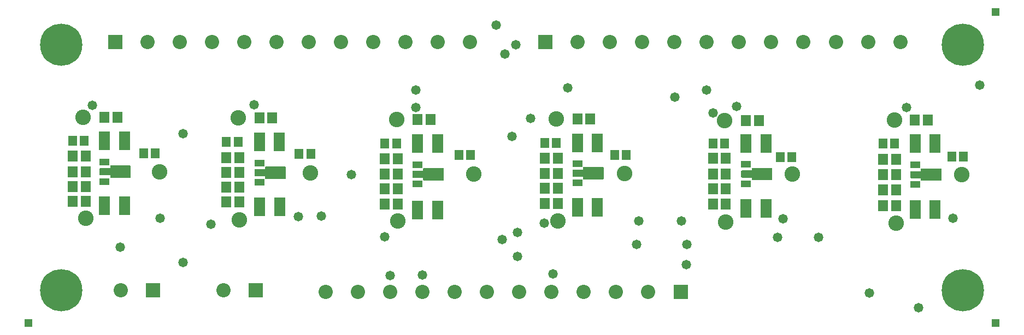
<source format=gbs>
G04 Layer_Color=16711935*
%FSLAX25Y25*%
%MOIN*%
G70*
G01*
G75*
%ADD15R,0.05000X0.05000*%
%ADD25R,0.06312X0.06706*%
%ADD26C,0.09500*%
%ADD27R,0.05524X0.06312*%
%ADD28R,0.06706X0.11824*%
%ADD29R,0.05918X0.04343*%
%ADD30C,0.08674*%
%ADD31R,0.08674X0.08674*%
%ADD32C,0.25800*%
%ADD33C,0.05800*%
G36*
X67004Y101147D02*
X67055Y101137D01*
X67105Y101120D01*
X67152Y101097D01*
X67195Y101068D01*
X67235Y101033D01*
X67269Y100994D01*
X67298Y100950D01*
X67321Y100903D01*
X67338Y100853D01*
X67349Y100802D01*
X67352Y100750D01*
Y93931D01*
X67349Y93878D01*
X67338Y93827D01*
X67321Y93777D01*
X67298Y93730D01*
X67269Y93687D01*
X67235Y93647D01*
X67195Y93613D01*
X67152Y93584D01*
X67105Y93560D01*
X67055Y93543D01*
X67004Y93533D01*
X66951Y93530D01*
X55219D01*
X55167Y93533D01*
X55115Y93543D01*
X55066Y93560D01*
X55018Y93584D01*
X54975Y93613D01*
X54935Y93647D01*
X54901Y93687D01*
X54872Y93730D01*
X54848Y93777D01*
X54832Y93827D01*
X54821Y93878D01*
X54818Y93931D01*
Y95168D01*
X48841D01*
X48789Y95171D01*
X48737Y95181D01*
X48687Y95198D01*
X48640Y95221D01*
X48597Y95250D01*
X48557Y95285D01*
X48523Y95324D01*
X48494Y95368D01*
X48471Y95415D01*
X48454Y95465D01*
X48443Y95516D01*
X48440Y95569D01*
Y99112D01*
X48443Y99164D01*
X48454Y99216D01*
X48471Y99265D01*
X48494Y99312D01*
X48523Y99356D01*
X48557Y99395D01*
X48597Y99430D01*
X48640Y99459D01*
X48687Y99482D01*
X48737Y99499D01*
X48789Y99509D01*
X48841Y99513D01*
X54818D01*
Y100750D01*
X54821Y100802D01*
X54832Y100853D01*
X54848Y100903D01*
X54872Y100950D01*
X54901Y100994D01*
X54935Y101033D01*
X54975Y101068D01*
X55018Y101097D01*
X55066Y101120D01*
X55115Y101137D01*
X55167Y101147D01*
X55219Y101151D01*
X66951D01*
X67004Y101147D01*
D02*
G37*
G36*
X161504Y100547D02*
X161555Y100537D01*
X161605Y100520D01*
X161652Y100497D01*
X161695Y100468D01*
X161735Y100433D01*
X161769Y100394D01*
X161798Y100350D01*
X161821Y100303D01*
X161838Y100253D01*
X161849Y100202D01*
X161852Y100150D01*
Y93331D01*
X161849Y93278D01*
X161838Y93227D01*
X161821Y93177D01*
X161798Y93130D01*
X161769Y93087D01*
X161735Y93047D01*
X161695Y93013D01*
X161652Y92984D01*
X161605Y92960D01*
X161555Y92944D01*
X161504Y92933D01*
X161451Y92930D01*
X149719D01*
X149667Y92933D01*
X149615Y92944D01*
X149565Y92960D01*
X149519Y92984D01*
X149475Y93013D01*
X149435Y93047D01*
X149401Y93087D01*
X149372Y93130D01*
X149348Y93177D01*
X149332Y93227D01*
X149321Y93278D01*
X149318Y93331D01*
Y94568D01*
X143341D01*
X143289Y94571D01*
X143237Y94581D01*
X143187Y94598D01*
X143140Y94621D01*
X143097Y94651D01*
X143058Y94685D01*
X143023Y94725D01*
X142994Y94768D01*
X142971Y94815D01*
X142954Y94865D01*
X142944Y94916D01*
X142940Y94968D01*
Y98512D01*
X142944Y98564D01*
X142954Y98616D01*
X142971Y98665D01*
X142994Y98712D01*
X143023Y98756D01*
X143058Y98795D01*
X143097Y98830D01*
X143140Y98859D01*
X143187Y98882D01*
X143237Y98899D01*
X143289Y98909D01*
X143341Y98913D01*
X149318D01*
Y100150D01*
X149321Y100202D01*
X149332Y100253D01*
X149348Y100303D01*
X149372Y100350D01*
X149401Y100394D01*
X149435Y100433D01*
X149475Y100468D01*
X149519Y100497D01*
X149565Y100520D01*
X149615Y100537D01*
X149667Y100547D01*
X149719Y100550D01*
X161451D01*
X161504Y100547D01*
D02*
G37*
G36*
X355487Y100267D02*
X355538Y100257D01*
X355588Y100240D01*
X355635Y100216D01*
X355679Y100187D01*
X355718Y100153D01*
X355753Y100113D01*
X355782Y100070D01*
X355805Y100023D01*
X355822Y99973D01*
X355832Y99922D01*
X355836Y99869D01*
Y93050D01*
X355832Y92998D01*
X355822Y92947D01*
X355805Y92897D01*
X355782Y92850D01*
X355753Y92806D01*
X355718Y92767D01*
X355679Y92732D01*
X355635Y92703D01*
X355588Y92680D01*
X355538Y92663D01*
X355487Y92653D01*
X355435Y92650D01*
X343702D01*
X343650Y92653D01*
X343599Y92663D01*
X343549Y92680D01*
X343502Y92703D01*
X343458Y92732D01*
X343419Y92767D01*
X343384Y92806D01*
X343355Y92850D01*
X343332Y92897D01*
X343315Y92947D01*
X343305Y92998D01*
X343302Y93050D01*
Y94287D01*
X337324D01*
X337272Y94291D01*
X337221Y94301D01*
X337171Y94318D01*
X337124Y94341D01*
X337080Y94370D01*
X337041Y94405D01*
X337006Y94444D01*
X336977Y94488D01*
X336954Y94535D01*
X336937Y94584D01*
X336927Y94636D01*
X336924Y94688D01*
Y98232D01*
X336927Y98284D01*
X336937Y98335D01*
X336954Y98385D01*
X336977Y98432D01*
X337006Y98475D01*
X337041Y98515D01*
X337080Y98549D01*
X337124Y98579D01*
X337171Y98602D01*
X337221Y98619D01*
X337272Y98629D01*
X337324Y98632D01*
X343302D01*
Y99869D01*
X343305Y99922D01*
X343315Y99973D01*
X343332Y100023D01*
X343355Y100070D01*
X343384Y100113D01*
X343419Y100153D01*
X343458Y100187D01*
X343502Y100216D01*
X343549Y100240D01*
X343599Y100257D01*
X343650Y100267D01*
X343702Y100270D01*
X355435D01*
X355487Y100267D01*
D02*
G37*
G36*
X458344Y99767D02*
X458395Y99756D01*
X458445Y99740D01*
X458492Y99716D01*
X458535Y99687D01*
X458575Y99653D01*
X458609Y99613D01*
X458638Y99570D01*
X458662Y99523D01*
X458678Y99473D01*
X458689Y99422D01*
X458692Y99369D01*
Y92550D01*
X458689Y92498D01*
X458678Y92447D01*
X458662Y92397D01*
X458638Y92350D01*
X458609Y92306D01*
X458575Y92267D01*
X458535Y92232D01*
X458492Y92203D01*
X458445Y92180D01*
X458395Y92163D01*
X458344Y92153D01*
X458291Y92150D01*
X446559D01*
X446507Y92153D01*
X446455Y92163D01*
X446406Y92180D01*
X446359Y92203D01*
X446315Y92232D01*
X446276Y92267D01*
X446241Y92306D01*
X446212Y92350D01*
X446189Y92397D01*
X446172Y92447D01*
X446162Y92498D01*
X446158Y92550D01*
Y93787D01*
X440181D01*
X440129Y93791D01*
X440077Y93801D01*
X440028Y93818D01*
X439981Y93841D01*
X439937Y93870D01*
X439898Y93905D01*
X439863Y93944D01*
X439834Y93988D01*
X439811Y94035D01*
X439794Y94084D01*
X439784Y94136D01*
X439780Y94188D01*
Y97732D01*
X439784Y97784D01*
X439794Y97835D01*
X439811Y97885D01*
X439834Y97932D01*
X439863Y97975D01*
X439898Y98015D01*
X439937Y98049D01*
X439981Y98079D01*
X440028Y98102D01*
X440077Y98119D01*
X440129Y98129D01*
X440181Y98132D01*
X446158D01*
Y99369D01*
X446162Y99422D01*
X446172Y99473D01*
X446189Y99523D01*
X446212Y99570D01*
X446241Y99613D01*
X446276Y99653D01*
X446315Y99687D01*
X446359Y99716D01*
X446406Y99740D01*
X446455Y99756D01*
X446507Y99767D01*
X446559Y99770D01*
X458291D01*
X458344Y99767D01*
D02*
G37*
G36*
X257947Y99607D02*
X257998Y99597D01*
X258048Y99580D01*
X258095Y99557D01*
X258138Y99528D01*
X258178Y99493D01*
X258212Y99454D01*
X258242Y99410D01*
X258265Y99363D01*
X258282Y99313D01*
X258292Y99262D01*
X258295Y99209D01*
Y92391D01*
X258292Y92338D01*
X258282Y92287D01*
X258265Y92237D01*
X258242Y92190D01*
X258212Y92146D01*
X258178Y92107D01*
X258138Y92072D01*
X258095Y92043D01*
X258048Y92020D01*
X257998Y92003D01*
X257947Y91993D01*
X257894Y91990D01*
X246162D01*
X246110Y91993D01*
X246058Y92003D01*
X246009Y92020D01*
X245962Y92043D01*
X245918Y92072D01*
X245879Y92107D01*
X245844Y92146D01*
X245815Y92190D01*
X245792Y92237D01*
X245775Y92287D01*
X245765Y92338D01*
X245761Y92391D01*
Y93628D01*
X239784D01*
X239732Y93631D01*
X239681Y93641D01*
X239631Y93658D01*
X239584Y93681D01*
X239540Y93710D01*
X239501Y93745D01*
X239466Y93784D01*
X239437Y93828D01*
X239414Y93875D01*
X239397Y93925D01*
X239387Y93976D01*
X239383Y94028D01*
Y97572D01*
X239387Y97624D01*
X239397Y97675D01*
X239414Y97725D01*
X239437Y97772D01*
X239466Y97816D01*
X239501Y97855D01*
X239540Y97890D01*
X239584Y97919D01*
X239631Y97942D01*
X239681Y97959D01*
X239732Y97969D01*
X239784Y97973D01*
X245761D01*
Y99209D01*
X245765Y99262D01*
X245775Y99313D01*
X245792Y99363D01*
X245815Y99410D01*
X245844Y99454D01*
X245879Y99493D01*
X245918Y99528D01*
X245962Y99557D01*
X246009Y99580D01*
X246058Y99597D01*
X246110Y99607D01*
X246162Y99610D01*
X257894D01*
X257947Y99607D01*
D02*
G37*
G36*
X561498Y99407D02*
X561549Y99397D01*
X561599Y99380D01*
X561646Y99357D01*
X561690Y99327D01*
X561729Y99293D01*
X561764Y99253D01*
X561793Y99210D01*
X561816Y99163D01*
X561833Y99113D01*
X561843Y99062D01*
X561847Y99010D01*
Y92190D01*
X561843Y92138D01*
X561833Y92087D01*
X561816Y92037D01*
X561793Y91990D01*
X561764Y91947D01*
X561729Y91907D01*
X561690Y91873D01*
X561646Y91843D01*
X561599Y91820D01*
X561549Y91803D01*
X561498Y91793D01*
X561446Y91790D01*
X549713D01*
X549661Y91793D01*
X549610Y91803D01*
X549560Y91820D01*
X549513Y91843D01*
X549469Y91873D01*
X549430Y91907D01*
X549395Y91947D01*
X549366Y91990D01*
X549343Y92037D01*
X549326Y92087D01*
X549316Y92138D01*
X549312Y92190D01*
Y93427D01*
X543335D01*
X543283Y93431D01*
X543232Y93441D01*
X543182Y93458D01*
X543135Y93481D01*
X543091Y93510D01*
X543052Y93545D01*
X543017Y93584D01*
X542988Y93628D01*
X542965Y93675D01*
X542948Y93725D01*
X542938Y93776D01*
X542935Y93828D01*
Y97372D01*
X542938Y97424D01*
X542948Y97475D01*
X542965Y97525D01*
X542988Y97572D01*
X543017Y97616D01*
X543052Y97655D01*
X543091Y97690D01*
X543135Y97719D01*
X543182Y97742D01*
X543232Y97759D01*
X543283Y97769D01*
X543335Y97773D01*
X549312D01*
Y99010D01*
X549316Y99062D01*
X549326Y99113D01*
X549343Y99163D01*
X549366Y99210D01*
X549395Y99253D01*
X549430Y99293D01*
X549469Y99327D01*
X549513Y99357D01*
X549560Y99380D01*
X549610Y99397D01*
X549661Y99407D01*
X549713Y99410D01*
X561446D01*
X561498Y99407D01*
D02*
G37*
D15*
X595000Y5000D02*
D03*
X5000D02*
D03*
X595000Y195000D02*
D03*
D25*
X39825Y79440D02*
D03*
X31951D02*
D03*
X230297Y77540D02*
D03*
X222423D02*
D03*
X422520Y105500D02*
D03*
X430394D02*
D03*
Y77500D02*
D03*
X422520D02*
D03*
X526374Y104940D02*
D03*
X534248D02*
D03*
Y76740D02*
D03*
X526374D02*
D03*
X31951Y97250D02*
D03*
X39825D02*
D03*
X31951Y88440D02*
D03*
X39825D02*
D03*
X31951Y106940D02*
D03*
X39825D02*
D03*
X133537Y79000D02*
D03*
X125663D02*
D03*
X125651Y96840D02*
D03*
X133525D02*
D03*
X125751Y106040D02*
D03*
X133625D02*
D03*
X222423Y95800D02*
D03*
X230297D02*
D03*
X222423Y105440D02*
D03*
X230297D02*
D03*
X319935Y87360D02*
D03*
X327809D02*
D03*
X319935Y105460D02*
D03*
X327809D02*
D03*
X319935Y96454D02*
D03*
X327809D02*
D03*
X339863Y129660D02*
D03*
X347737D02*
D03*
X442720Y128700D02*
D03*
X450594D02*
D03*
X422520Y87000D02*
D03*
X430394D02*
D03*
X422520Y95954D02*
D03*
X430394D02*
D03*
X526374Y86340D02*
D03*
X534248D02*
D03*
X526374Y95595D02*
D03*
X534248D02*
D03*
X545776Y128800D02*
D03*
X553650D02*
D03*
X125663Y88000D02*
D03*
X133537D02*
D03*
X222423Y86840D02*
D03*
X230297D02*
D03*
X327837Y78100D02*
D03*
X319963D02*
D03*
X51351Y130459D02*
D03*
X59225D02*
D03*
X145851Y130240D02*
D03*
X153725D02*
D03*
X242295Y129400D02*
D03*
X250168D02*
D03*
D26*
X38432Y130640D02*
D03*
X39825Y68940D02*
D03*
X177088Y96740D02*
D03*
X229503Y129400D02*
D03*
X230288Y67240D02*
D03*
X368700Y96454D02*
D03*
X574411Y95600D02*
D03*
X84888Y97340D02*
D03*
X132832Y130240D02*
D03*
X133725Y67940D02*
D03*
X276660Y95800D02*
D03*
X327043Y129660D02*
D03*
X327809Y67400D02*
D03*
X429600Y128700D02*
D03*
X430394Y66600D02*
D03*
X471057Y95900D02*
D03*
X533454Y128800D02*
D03*
X534248Y66040D02*
D03*
D27*
X75257Y108500D02*
D03*
X82343D02*
D03*
X170057Y108400D02*
D03*
X177143D02*
D03*
X568357Y106600D02*
D03*
X575443D02*
D03*
X31945Y116140D02*
D03*
X39031D02*
D03*
X125745Y115640D02*
D03*
X132832D02*
D03*
X222416Y114700D02*
D03*
X229503D02*
D03*
X267457Y107600D02*
D03*
X274543D02*
D03*
X319957Y114860D02*
D03*
X327043D02*
D03*
X526368Y114500D02*
D03*
X533454D02*
D03*
X422513Y114538D02*
D03*
X429600D02*
D03*
X463485Y106360D02*
D03*
X470572D02*
D03*
X362657Y107500D02*
D03*
X369743D02*
D03*
D28*
X158160Y75940D02*
D03*
X145955D02*
D03*
X158090Y115540D02*
D03*
X145886D02*
D03*
X352074Y114860D02*
D03*
X339869D02*
D03*
X352102Y75500D02*
D03*
X339898D02*
D03*
X454959Y75100D02*
D03*
X442754D02*
D03*
X558113Y74340D02*
D03*
X545909D02*
D03*
X454959Y114500D02*
D03*
X442754D02*
D03*
X558085Y114500D02*
D03*
X545880D02*
D03*
X63591Y76640D02*
D03*
X51386D02*
D03*
X63591Y116140D02*
D03*
X51386D02*
D03*
X254634Y74000D02*
D03*
X242429D02*
D03*
X254534Y114700D02*
D03*
X242329D02*
D03*
D29*
X545894Y95595D02*
D03*
Y101505D02*
D03*
Y89694D02*
D03*
X339883Y96454D02*
D03*
Y102365D02*
D03*
Y90554D02*
D03*
X442740Y95954D02*
D03*
Y101865D02*
D03*
Y90054D02*
D03*
X51400Y97335D02*
D03*
Y103246D02*
D03*
Y91435D02*
D03*
X145900Y96735D02*
D03*
Y102646D02*
D03*
Y90835D02*
D03*
X242343Y95794D02*
D03*
Y101706D02*
D03*
Y89894D02*
D03*
D30*
X123815Y25000D02*
D03*
X61315D02*
D03*
X186265Y24100D02*
D03*
X205950D02*
D03*
X225635D02*
D03*
X245320D02*
D03*
X265005D02*
D03*
X284690D02*
D03*
X304375D02*
D03*
X324060D02*
D03*
X343745D02*
D03*
X363430D02*
D03*
X383115D02*
D03*
X274335Y176500D02*
D03*
X254650D02*
D03*
X234965D02*
D03*
X215280D02*
D03*
X195595D02*
D03*
X175910D02*
D03*
X156225D02*
D03*
X136540D02*
D03*
X116855D02*
D03*
X97170D02*
D03*
X77485D02*
D03*
X536835D02*
D03*
X517150D02*
D03*
X497465D02*
D03*
X477780D02*
D03*
X458095D02*
D03*
X438410D02*
D03*
X418725D02*
D03*
X399040D02*
D03*
X379355D02*
D03*
X359670D02*
D03*
X339985D02*
D03*
D31*
X143500Y25000D02*
D03*
X81000D02*
D03*
X402800Y24100D02*
D03*
X57800Y176500D02*
D03*
X320300D02*
D03*
D32*
X25000Y175000D02*
D03*
Y25000D02*
D03*
X575000Y175000D02*
D03*
Y25000D02*
D03*
D33*
X293954Y55841D02*
D03*
X300054Y118946D02*
D03*
X311354Y129913D02*
D03*
X303254Y60446D02*
D03*
X319789Y66009D02*
D03*
X333989Y148511D02*
D03*
X183691Y70283D02*
D03*
X222277Y57768D02*
D03*
X116254Y65146D02*
D03*
X85454Y68946D02*
D03*
X486800Y57291D02*
D03*
X461854Y57146D02*
D03*
X403254Y67346D02*
D03*
X406454Y40646D02*
D03*
X406539Y52830D02*
D03*
X585354Y150146D02*
D03*
X375854Y52830D02*
D03*
X377354Y67374D02*
D03*
X142465Y138200D02*
D03*
X169702Y70100D02*
D03*
X241302Y136500D02*
D03*
X436900Y137400D02*
D03*
X465400Y68700D02*
D03*
X540528Y136600D02*
D03*
X568874Y68900D02*
D03*
X518100Y23200D02*
D03*
X201800Y95640D02*
D03*
X295700Y169200D02*
D03*
X290300Y186900D02*
D03*
X302200Y174900D02*
D03*
X399200Y142900D02*
D03*
X418600Y147200D02*
D03*
X422513Y133313D02*
D03*
X325100Y34900D02*
D03*
X225600Y34000D02*
D03*
X241157Y147246D02*
D03*
X99300Y42100D02*
D03*
Y120600D02*
D03*
X43800Y138000D02*
D03*
X61085Y51300D02*
D03*
X548100Y14400D02*
D03*
X303400Y45500D02*
D03*
X245219Y34200D02*
D03*
M02*

</source>
